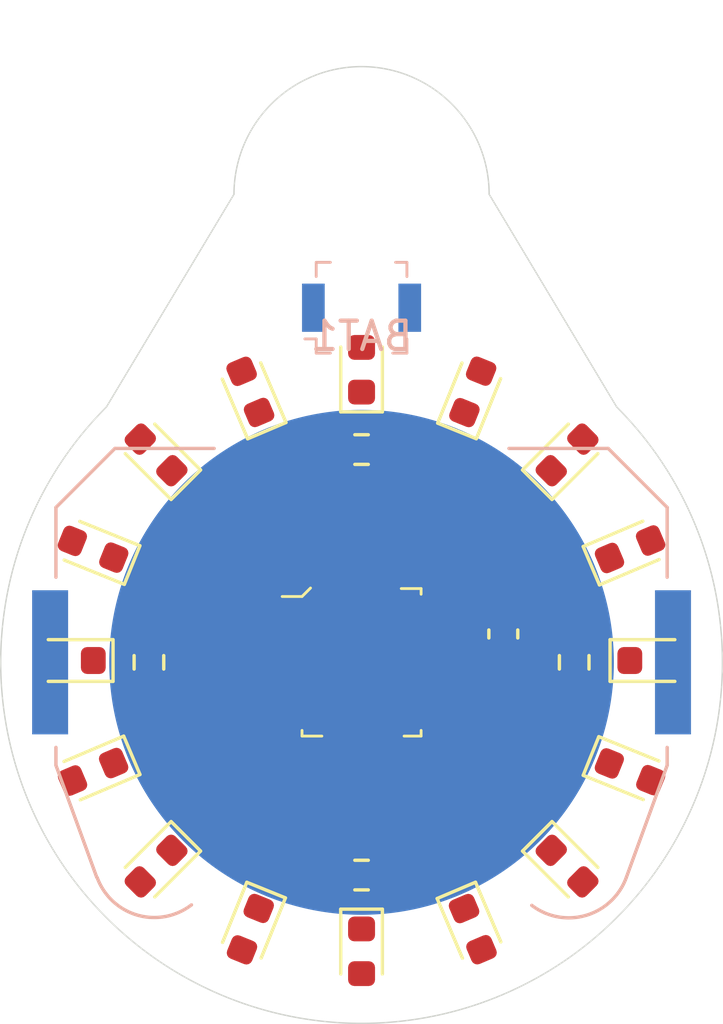
<source format=kicad_pcb>
(kicad_pcb (version 20240108) (generator "pcbnew") (generator_version "8.0")
  (layers (0 "F.Cu" signal) (31 "B.Cu" signal) (34 "B.Paste" user) (35 "F.Paste" user) (36 "B.SilkS" user "B.Silkscreen") (37 "F.SilkS" user "F.Silkscreen") (38 "B.Mask" user) (39 "F.Mask" user) (44 "Edge.Cuts" user))
  (net 0 "")
  (net 1 "GND")
  (net 2 "VCC")
  (net 3 "LED5")
  (net 4 "LED4")
  (net 5 "LED3")
  (net 6 "LED2")
  (net 7 "LED1")
  (net 8 "BUTTON")
  (net 9 "Net-(D1-Pad1)")
  (net 10 "Net-(D5-Pad1)")
  (net 11 "Net-(D10-Pad1)")
  (net 12 "Net-(D13-Pad1)")
  (footprint "LED_SMD:LED_0603_1608Metric" (layer "F.Cu") (at 137.0775 109.4062 -112)
    (property "Reference" "D10" (hide yes))
    (property "Value" "LH_R974-LP-1" (hide yes))
    (fp_line (start -1.484999 0.735) (end 0.8 0.735) (stroke (width 0.12)) (layer "F.SilkS"))
    (fp_line (start 0.8 -0.735) (end -1.485 -0.735) (stroke (width 0.12)) (layer "F.SilkS"))
    (fp_line (start -1.485 -0.735) (end -1.484999 0.735) (stroke (width 0.12)) (layer "F.SilkS"))
    (pad "1" smd roundrect (at -0.787499 0.000001 248) (size 0.875 0.95) (layers "F.Cu" "F.Paste" "F.Mask") (net 11 "Net-(D10-Pad1)"))
    (pad "2" smd roundrect (at 0.787499 -0.000001 248) (size 0.875 0.95) (layers "F.Cu" "F.Paste" "F.Mask") (net 5 "LED3"))
  )
  (footprint "LED_SMD:LED_0603_1608Metric" (layer "F.Cu") (at 148.2478 92.6886 45)
    (property "Reference" "D3" (hide yes))
    (property "Value" "LH_R974-LP-1" (hide yes))
    (fp_line (start -1.485 -0.735) (end -1.485 0.735) (stroke (width 0.12)) (layer "F.SilkS"))
    (fp_line (start -1.485 0.735) (end 0.8 0.735) (stroke (width 0.12)) (layer "F.SilkS"))
    (fp_line (start 0.8 -0.735) (end -1.485 -0.735) (stroke (width 0.12)) (layer "F.SilkS"))
    (pad "1" smd roundrect (at -0.787501 0 45) (size 0.875 0.95) (layers "F.Cu" "F.Paste" "F.Mask") (net 9 "Net-(D1-Pad1)"))
    (pad "2" smd roundrect (at 0.787501 0 45) (size 0.875 0.95) (layers "F.Cu" "F.Paste" "F.Mask") (net 6 "LED2"))
  )
  (footprint "Resistor_SMD:R_0603_1608Metric" (layer "F.Cu") (at 148.5 100 90)
    (property "Reference" "R2" (hide yes))
    (property "Value" "220")
    (fp_line (start -0.237258 -0.5225) (end 0.237258 -0.5225) (stroke (width 0.12)) (layer "F.SilkS"))
    (fp_line (start -0.237258 0.5225) (end 0.237258 0.5225) (stroke (width 0.12)) (layer "F.SilkS"))
    (pad "1" smd roundrect (at -0.825 0 90) (size 0.8 0.95) (layers "F.Cu" "F.Paste" "F.Mask") (net 10 "Net-(D5-Pad1)"))
    (pad "2" smd roundrect (at 0.825 0 90) (size 0.8 0.95) (layers "F.Cu" "F.Paste" "F.Mask") (net 7 "LED1"))
  )
  (footprint "LED_SMD:LED_0603_1608Metric" (layer "F.Cu") (at 141 89.6865 90)
    (property "Reference" "D1" (hide yes))
    (property "Value" "LH_R974-LP-1" (hide yes))
    (fp_line (start 0.8 -0.735) (end -1.485 -0.735) (stroke (width 0.12)) (layer "F.SilkS"))
    (fp_line (start -1.485 -0.735) (end -1.485 0.735) (stroke (width 0.12)) (layer "F.SilkS"))
    (fp_line (start -1.485 0.735) (end 0.8 0.735) (stroke (width 0.12)) (layer "F.SilkS"))
    (pad "1" smd roundrect (at -0.7875 0 90) (size 0.875 0.95) (layers "F.Cu" "F.Paste" "F.Mask") (net 9 "Net-(D1-Pad1)"))
    (pad "2" smd roundrect (at 0.7875 0 90) (size 0.875 0.95) (layers "F.Cu" "F.Paste" "F.Mask") (net 4 "LED4"))
  )
  (footprint "LED_SMD:LED_0603_1608Metric" (layer "F.Cu") (at 148.2478 107.1843 -45)
    (property "Reference" "D7" (hide yes))
    (property "Value" "LH_R974-LP-1" (hide yes))
    (fp_line (start -1.485 0.735) (end 0.8 0.735) (stroke (width 0.12)) (layer "F.SilkS"))
    (fp_line (start -1.485 -0.735) (end -1.485 0.735) (stroke (width 0.12)) (layer "F.SilkS"))
    (fp_line (start 0.8 -0.735) (end -1.485 -0.735) (stroke (width 0.12)) (layer "F.SilkS"))
    (pad "1" smd roundrect (at -0.787501 0 315) (size 0.875 0.95) (layers "F.Cu" "F.Paste" "F.Mask") (net 10 "Net-(D5-Pad1)"))
    (pad "2" smd roundrect (at 0.787501 0 315) (size 0.875 0.95) (layers "F.Cu" "F.Paste" "F.Mask") (net 6 "LED2"))
  )
  (footprint "LED_SMD:LED_0603_1608Metric" (layer "F.Cu") (at 141 110.1865 -90)
    (property "Reference" "D9" (hide yes))
    (property "Value" "LH_R974-LP-1" (hide yes))
    (fp_line (start -1.485 0.735) (end 0.8 0.735) (stroke (width 0.12)) (layer "F.SilkS"))
    (fp_line (start -1.485 -0.735) (end -1.485 0.735) (stroke (width 0.12)) (layer "F.SilkS"))
    (fp_line (start 0.8 -0.735) (end -1.485 -0.735) (stroke (width 0.12)) (layer "F.SilkS"))
    (pad "1" smd roundrect (at -0.7875 0 270) (size 0.875 0.95) (layers "F.Cu" "F.Paste" "F.Mask") (net 11 "Net-(D10-Pad1)"))
    (pad "2" smd roundrect (at 0.7875 0 270) (size 0.875 0.95) (layers "F.Cu" "F.Paste" "F.Mask") (net 4 "LED4"))
  )
  (footprint "LED_SMD:LED_0603_1608Metric" (layer "F.Cu") (at 150.4698 103.859 -22)
    (property "Reference" "D6" (hide yes))
    (property "Value" "LH_R974-LP-1" (hide yes))
    (fp_line (start -1.484999 0.735) (end 0.8 0.735) (stroke (width 0.12)) (layer "F.SilkS"))
    (fp_line (start -1.485 -0.735) (end -1.484999 0.735) (stroke (width 0.12)) (layer "F.SilkS"))
    (fp_line (start 0.8 -0.735) (end -1.485 -0.735) (stroke (width 0.12)) (layer "F.SilkS"))
    (pad "1" smd roundrect (at -0.787499 0.000001 338) (size 0.875 0.95) (layers "F.Cu" "F.Paste" "F.Mask") (net 10 "Net-(D5-Pad1)"))
    (pad "2" smd roundrect (at 0.787499 -0.000001 338) (size 0.875 0.95) (layers "F.Cu" "F.Paste" "F.Mask") (net 5 "LED3"))
  )
  (footprint "LED_SMD:LED_0603_1608Metric" (layer "F.Cu") (at 131.5302 103.859 -157)
    (property "Reference" "D12" (hide yes))
    (property "Value" "LH_R974-LP-1" (hide yes))
    (fp_line (start 0.8 -0.735) (end -1.485 -0.735001) (stroke (width 0.12)) (layer "F.SilkS"))
    (fp_line (start -1.485 0.734999) (end 0.8 0.735) (stroke (width 0.12)) (layer "F.SilkS"))
    (fp_line (start -1.485 -0.735001) (end -1.485 0.734999) (stroke (width 0.12)) (layer "F.SilkS"))
    (pad "1" smd roundrect (at -0.7875 0 203) (size 0.875 0.95) (layers "F.Cu" "F.Paste" "F.Mask") (net 11 "Net-(D10-Pad1)"))
    (pad "2" smd roundrect (at 0.7875 0 203) (size 0.875 0.95) (layers "F.Cu" "F.Paste" "F.Mask") (net 7 "LED1"))
  )
  (footprint "LED_SMD:LED_0603_1608Metric" (layer "F.Cu") (at 137.0775 90.4667 113)
    (property "Reference" "D16" (hide yes))
    (property "Value" "LH_R974-LP-1" (hide yes))
    (fp_line (start 0.8 -0.735) (end -1.485 -0.735001) (stroke (width 0.12)) (layer "F.SilkS"))
    (fp_line (start -1.485 -0.735001) (end -1.485 0.734999) (stroke (width 0.12)) (layer "F.SilkS"))
    (fp_line (start -1.485 0.734999) (end 0.8 0.735) (stroke (width 0.12)) (layer "F.SilkS"))
    (pad "1" smd roundrect (at -0.7875 0 113) (size 0.875 0.95) (layers "F.Cu" "F.Paste" "F.Mask") (net 12 "Net-(D13-Pad1)"))
    (pad "2" smd roundrect (at 0.7875 0 113) (size 0.875 0.95) (layers "F.Cu" "F.Paste" "F.Mask") (net 7 "LED1"))
  )
  (footprint "Capacitor_SMD:C_0603_1608Metric" (layer "F.Cu") (at 146 99 90)
    (property "Reference" "C1" (hide yes))
    (property "Value" "100n")
    (fp_line (start -0.14058 -0.51) (end 0.14058 -0.51) (stroke (width 0.12)) (layer "F.SilkS"))
    (fp_line (start -0.14058 0.51) (end 0.14058 0.51) (stroke (width 0.12)) (layer "F.SilkS"))
    (pad "1" smd roundrect (at -0.775 0 90) (size 0.9 0.95) (layers "F.Cu" "F.Paste" "F.Mask") (net 1 "GND"))
    (pad "2" smd roundrect (at 0.775 0 90) (size 0.9 0.95) (layers "F.Cu" "F.Paste" "F.Mask") (net 2 "VCC"))
  )
  (footprint "Resistor_SMD:R_0603_1608Metric" (layer "F.Cu") (at 133.5 100 90)
    (property "Reference" "R4" (hide yes))
    (property "Value" "220")
    (fp_line (start -0.237258 -0.5225) (end 0.237258 -0.5225) (stroke (width 0.12)) (layer "F.SilkS"))
    (fp_line (start -0.237258 0.5225) (end 0.237258 0.5225) (stroke (width 0.12)) (layer "F.SilkS"))
    (pad "1" smd roundrect (at -0.825 0 90) (size 0.8 0.95) (layers "F.Cu" "F.Paste" "F.Mask") (net 12 "Net-(D13-Pad1)"))
    (pad "2" smd roundrect (at 0.825 0 90) (size 0.8 0.95) (layers "F.Cu" "F.Paste" "F.Mask") (net 5 "LED3"))
  )
  (footprint "LED_SMD:LED_0603_1608Metric" (layer "F.Cu") (at 144.9225 90.4667 68)
    (property "Reference" "D2" (hide yes))
    (property "Value" "LH_R974-LP-1" (hide yes))
    (fp_line (start -1.485 -0.735) (end -1.484999 0.735) (stroke (width 0.12)) (layer "F.SilkS"))
    (fp_line (start 0.8 -0.735) (end -1.485 -0.735) (stroke (width 0.12)) (layer "F.SilkS"))
    (fp_line (start -1.484999 0.735) (end 0.8 0.735) (stroke (width 0.12)) (layer "F.SilkS"))
    (pad "1" smd roundrect (at -0.787499 0.000001 68) (size 0.875 0.95) (layers "F.Cu" "F.Paste" "F.Mask") (net 9 "Net-(D1-Pad1)"))
    (pad "2" smd roundrect (at 0.787499 -0.000001 68) (size 0.875 0.95) (layers "F.Cu" "F.Paste" "F.Mask") (net 5 "LED3"))
  )
  (footprint "LED_SMD:LED_0603_1608Metric" (layer "F.Cu") (at 133.7522 92.6886 135)
    (property "Reference" "D15" (hide yes))
    (property "Value" "LH_R974-LP-1" (hide yes))
    (fp_line (start 0.8 -0.735) (end -1.485 -0.735) (stroke (width 0.12)) (layer "F.SilkS"))
    (fp_line (start -1.485 -0.735) (end -1.485 0.735) (stroke (width 0.12)) (layer "F.SilkS"))
    (fp_line (start -1.485 0.735) (end 0.8 0.735) (stroke (width 0.12)) (layer "F.SilkS"))
    (pad "1" smd roundrect (at -0.787501 0 135) (size 0.875 0.95) (layers "F.Cu" "F.Paste" "F.Mask") (net 12 "Net-(D13-Pad1)"))
    (pad "2" smd roundrect (at 0.787501 0 135) (size 0.875 0.95) (layers "F.Cu" "F.Paste" "F.Mask") (net 6 "LED2"))
  )
  (footprint "Resistor_SMD:R_0603_1608Metric" (layer "F.Cu") (at 141 107.5)
    (property "Reference" "R3" (hide yes))
    (property "Value" "220")
    (fp_line (start -0.237258 -0.5225) (end 0.237258 -0.5225) (stroke (width 0.12)) (layer "F.SilkS"))
    (fp_line (start -0.237258 0.5225) (end 0.237258 0.5225) (stroke (width 0.12)) (layer "F.SilkS"))
    (pad "1" smd roundrect (at -0.825 0) (size 0.8 0.95) (layers "F.Cu" "F.Paste" "F.Mask") (net 11 "Net-(D10-Pad1)"))
    (pad "2" smd roundrect (at 0.825 0) (size 0.8 0.95) (layers "F.Cu" "F.Paste" "F.Mask") (net 6 "LED2"))
  )
  (footprint "LED_SMD:LED_0603_1608Metric" (layer "F.Cu") (at 131.5302 96.014 158)
    (property "Reference" "D14" (hide yes))
    (property "Value" "LH_R974-LP-1" (hide yes))
    (fp_line (start 0.8 -0.735) (end -1.485 -0.735) (stroke (width 0.12)) (layer "F.SilkS"))
    (fp_line (start -1.485 -0.735) (end -1.484999 0.735) (stroke (width 0.12)) (layer "F.SilkS"))
    (fp_line (start -1.484999 0.735) (end 0.8 0.735) (stroke (width 0.12)) (layer "F.SilkS"))
    (pad "1" smd roundrect (at -0.787499 0.000001 158) (size 0.875 0.95) (layers "F.Cu" "F.Paste" "F.Mask") (net 12 "Net-(D13-Pad1)"))
    (pad "2" smd roundrect (at 0.787499 -0.000001 158) (size 0.875 0.95) (layers "F.Cu" "F.Paste" "F.Mask") (net 3 "LED5"))
  )
  (footprint "LED_SMD:LED_0603_1608Metric" (layer "F.Cu") (at 144.9225 109.4062 -67)
    (property "Reference" "D8" (hide yes))
    (property "Value" "LH_R974-LP-1" (hide yes))
    (fp_line (start -1.485 0.734999) (end 0.8 0.735) (stroke (width 0.12)) (layer "F.SilkS"))
    (fp_line (start -1.485 -0.735001) (end -1.485 0.734999) (stroke (width 0.12)) (layer "F.SilkS"))
    (fp_line (start 0.8 -0.735) (end -1.485 -0.735001) (stroke (width 0.12)) (layer "F.SilkS"))
    (pad "1" smd roundrect (at -0.7875 0 293) (size 0.875 0.95) (layers "F.Cu" "F.Paste" "F.Mask") (net 10 "Net-(D5-Pad1)"))
    (pad "2" smd roundrect (at 0.7875 0 293) (size 0.875 0.95) (layers "F.Cu" "F.Paste" "F.Mask") (net 3 "LED5"))
  )
  (footprint "MountingHole:MountingHole_3.2mm_M3" (layer "F.Cu") (at 141 83.5)
    (property "Reference" "REF**" (hide yes))
    (property "Value" "MountingHole_3.2mm_M3")
    (pad "" np_thru_hole circle (at 0 0) (size 3.2 3.2) (drill 3.2) (layers "*.Cu" "*.Mask"))
  )
  (footprint "LED_SMD:LED_0603_1608Metric" (layer "F.Cu") (at 150.4698 96.014 23)
    (property "Reference" "D4" (hide yes))
    (property "Value" "LH_R974-LP-1" (hide yes))
    (fp_line (start -1.485 -0.735001) (end -1.485 0.734999) (stroke (width 0.12)) (layer "F.SilkS"))
    (fp_line (start -1.485 0.734999) (end 0.8 0.735) (stroke (width 0.12)) (layer "F.SilkS"))
    (fp_line (start 0.8 -0.735) (end -1.485 -0.735001) (stroke (width 0.12)) (layer "F.SilkS"))
    (pad "1" smd roundrect (at -0.7875 0 23) (size 0.875 0.95) (layers "F.Cu" "F.Paste" "F.Mask") (net 9 "Net-(D1-Pad1)"))
    (pad "2" smd roundrect (at 0.7875 0 23) (size 0.875 0.95) (layers "F.Cu" "F.Paste" "F.Mask") (net 7 "LED1"))
  )
  (footprint "LED_SMD:LED_0603_1608Metric" (layer "F.Cu") (at 130.75 99.9365 180)
    (property "Reference" "D13" (hide yes))
    (property "Value" "LH_R974-LP-1" (hide yes))
    (fp_line (start 0.8 -0.735) (end -1.485 -0.735) (stroke (width 0.12)) (layer "F.SilkS"))
    (fp_line (start -1.485 0.735) (end 0.8 0.735) (stroke (width 0.12)) (layer "F.SilkS"))
    (fp_line (start -1.485 -0.735) (end -1.485 0.735) (stroke (width 0.12)) (layer "F.SilkS"))
    (pad "1" smd roundrect (at -0.7875 0 180) (size 0.875 0.95) (layers "F.Cu" "F.Paste" "F.Mask") (net 12 "Net-(D13-Pad1)"))
    (pad "2" smd roundrect (at 0.7875 0 180) (size 0.875 0.95) (layers "F.Cu" "F.Paste" "F.Mask") (net 4 "LED4"))
  )
  (footprint "LED_SMD:LED_0603_1608Metric" (layer "F.Cu") (at 151.25 99.9365)
    (property "Reference" "D5" (hide yes))
    (property "Value" "LH_R974-LP-1" (hide yes))
    (fp_line (start -1.485 -0.735) (end -1.485 0.735) (stroke (width 0.12)) (layer "F.SilkS"))
    (fp_line (start -1.485 0.735) (end 0.8 0.735) (stroke (width 0.12)) (layer "F.SilkS"))
    (fp_line (start 0.8 -0.735) (end -1.485 -0.735) (stroke (width 0.12)) (layer "F.SilkS"))
    (pad "1" smd roundrect (at -0.7875 0) (size 0.875 0.95) (layers "F.Cu" "F.Paste" "F.Mask") (net 10 "Net-(D5-Pad1)"))
    (pad "2" smd roundrect (at 0.7875 0) (size 0.875 0.95) (layers "F.Cu" "F.Paste" "F.Mask") (net 4 "LED4"))
  )
  (footprint "Resistor_SMD:R_0603_1608Metric" (layer "F.Cu") (at 141 92.5)
    (property "Reference" "R1" (hide yes))
    (property "Value" "220")
    (fp_line (start -0.237258 -0.5225) (end 0.237258 -0.5225) (stroke (width 0.12)) (layer "F.SilkS"))
    (fp_line (start -0.237258 0.5225) (end 0.237258 0.5225) (stroke (width 0.12)) (layer "F.SilkS"))
    (pad "1" smd roundrect (at -0.825 0) (size 0.8 0.95) (layers "F.Cu" "F.Paste" "F.Mask") (net 9 "Net-(D1-Pad1)"))
    (pad "2" smd roundrect (at 0.825 0) (size 0.8 0.95) (layers "F.Cu" "F.Paste" "F.Mask") (net 3 "LED5"))
  )
  (footprint "LED_SMD:LED_0603_1608Metric" (layer "F.Cu") (at 133.7522 107.1843 -135)
    (property "Reference" "D11" (hide yes))
    (property "Value" "LH_R974-LP-1" (hide yes))
    (fp_line (start 0.8 -0.735) (end -1.485 -0.735) (stroke (width 0.12)) (layer "F.SilkS"))
    (fp_line (start -1.485 0.735) (end 0.8 0.735) (stroke (width 0.12)) (layer "F.SilkS"))
    (fp_line (start -1.485 -0.735) (end -1.485 0.735) (stroke (width 0.12)) (layer "F.SilkS"))
    (pad "1" smd roundrect (at -0.787501 0 225) (size 0.875 0.95) (layers "F.Cu" "F.Paste" "F.Mask") (net 11 "Net-(D10-Pad1)"))
    (pad "2" smd roundrect (at 0.787501 0 225) (size 0.875 0.95) (layers "F.Cu" "F.Paste" "F.Mask") (net 3 "LED5"))
  )
  (footprint "digikey-footprints:SOIC-8_W5.3mm" (layer "F.Cu") (at 141 100)
    (property "Reference" "U1" (hide yes))
    (property "Value" "ATTINY85-20SU")
    (fp_line (start -2.1 -2.32) (end -2.8 -2.32) (stroke (width 0.1)) (layer "F.SilkS"))
    (fp_line (start -2.1 2.4) (end -2.1 2.6) (stroke (width 0.1)) (layer "F.SilkS"))
    (fp_line (start -2.1 2.6) (end -1.4 2.6) (stroke (width 0.1)) (layer "F.SilkS"))
    (fp_line (start -1.8 -2.62) (end -2.1 -2.32) (stroke (width 0.1)) (layer "F.SilkS"))
    (fp_line (start 1.4 -2.6) (end 2.1 -2.6) (stroke (width 0.1)) (layer "F.SilkS"))
    (fp_line (start 2.1 -2.6) (end 2.1 -2.4) (stroke (width 0.1)) (layer "F.SilkS"))
    (fp_line (start 2.1 2.4) (end 2.1 2.6) (stroke (width 0.1)) (layer "F.SilkS"))
    (fp_line (start 2.1 2.6) (end 1.5 2.6) (stroke (width 0.1)) (layer "F.SilkS"))
    (pad "1" smd rect (at -2.465 -1.905) (size 1.6 0.7) (layers "F.Cu" "F.Paste" "F.Mask") (net 3 "LED5"))
    (pad "2" smd rect (at -2.465 -0.635) (size 1.6 0.7) (layers "F.Cu" "F.Paste" "F.Mask") (net 5 "LED3"))
    (pad "3" smd rect (at -2.465 0.635) (size 1.6 0.7) (layers "F.Cu" "F.Paste" "F.Mask") (net 4 "LED4"))
    (pad "4" smd rect (at -2.465 1.905) (size 1.6 0.7) (layers "F.Cu" "F.Paste" "F.Mask") (net 1 "GND"))
    (pad "5" smd rect (at 2.465 1.905) (size 1.6 0.7) (layers "F.Cu" "F.Paste" "F.Mask") (net 8 "BUTTON"))
    (pad "6" smd rect (at 2.465 0.635) (size 1.6 0.7) (layers "F.Cu" "F.Paste" "F.Mask") (net 7 "LED1"))
    (pad "7" smd rect (at 2.465 -0.635) (size 1.6 0.7) (layers "F.Cu" "F.Paste" "F.Mask") (net 6 "LED2"))
    (pad "8" smd rect (at 2.465 -1.905) (size 1.6 0.7) (layers "F.Cu" "F.Paste" "F.Mask") (net 2 "VCC"))
  )
  (footprint "digikey-footprints:Switch_Tactile_SMD_B3U-1000P" (layer "B.Cu") (at 141 87.5)
    (property "Reference" "S1" (hide yes))
    (property "Value" "B3U-1000P")
    (fp_line (start -2 1.1) (end -1.6 1.1) (stroke (width 0.1)) (layer "B.SilkS"))
    (fp_line (start -1.6 -1.1) (end -1.6 -1.6) (stroke (width 0.1)) (layer "B.SilkS"))
    (fp_line (start -1.6 1.1) (end -1.6 1.6) (stroke (width 0.1)) (layer "B.SilkS"))
    (fp_line (start -1.1 -1.6) (end -1.6 -1.6) (stroke (width 0.1)) (layer "B.SilkS"))
    (fp_line (start -1.1 1.6) (end -1.6 1.6) (stroke (width 0.1)) (layer "B.SilkS"))
    (fp_line (start 1.1 1.6) (end 1.6 1.6) (stroke (width 0.1)) (layer "B.SilkS"))
    (fp_line (start 1.2 -1.6) (end 1.6 -1.6) (stroke (width 0.1)) (layer "B.SilkS"))
    (fp_line (start 1.6 -1.1) (end 1.6 -1.6) (stroke (width 0.1)) (layer "B.SilkS"))
    (fp_line (start 1.6 1.1) (end 1.6 1.6) (stroke (width 0.1)) (layer "B.SilkS"))
    (pad "1" smd rect (at -1.7 0) (size 0.8 1.7) (layers "B.Cu" "B.Paste" "B.Mask") (net 1 "GND"))
    (pad "2" smd rect (at 1.7 0) (size 0.8 1.7) (layers "B.Cu" "B.Paste" "B.Mask") (net 8 "BUTTON"))
  )
  (footprint "Battery:BatteryHolder_Keystone_3034_1x20mm" (layer "B.Cu") (at 141 100 180)
    (property "Reference" "BAT1" (at 0 11.5 360) (layer "B.SilkS") (effects (justify mirror)))
    (property "Value" "BS-7")
    (fp_line (start 10.78 5.46) (end 8.7 7.54) (stroke (width 0.12)) (layer "B.SilkS"))
    (fp_line (start 10.78 3) (end 10.78 5.46) (stroke (width 0.12)) (layer "B.SilkS"))
    (fp_line (start 10.78 -3.63) (end 10.78 -3) (stroke (width 0.12)) (layer "B.SilkS"))
    (fp_line (start 9.34 -7.58) (end 10.78 -3.63) (stroke (width 0.12)) (layer "B.SilkS"))
    (fp_line (start 5.2 7.54) (end 8.7 7.54) (stroke (width 0.12)) (layer "B.SilkS"))
    (fp_line (start -8.7 7.54) (end -5.2 7.54) (stroke (width 0.12)) (layer "B.SilkS"))
    (fp_line (start -9.34 -7.58) (end -10.78 -3.63) (stroke (width 0.12)) (layer "B.SilkS"))
    (fp_line (start -10.78 5.46) (end -8.7 7.54) (stroke (width 0.12)) (layer "B.SilkS"))
    (fp_line (start -10.78 3) (end -10.78 5.46) (stroke (width 0.12)) (layer "B.SilkS"))
    (fp_line (start -10.78 -3.63) (end -10.78 -3) (stroke (width 0.12)) (layer "B.SilkS"))
    (fp_arc (start 6 -8.55) (mid 7.90634 -8.911669) (end 9.325243 -7.588169) (stroke (width 0.12)) (layer "B.SilkS"))
    (fp_arc (start -9.34 -7.58) (mid -7.921654 -8.918738) (end -6.003354 -8.56653) (stroke (width 0.12)) (layer "B.SilkS"))
    (pad "1" smd rect (at -10.985 0 180) (size 1.27 5.08) (layers "B.Cu" "B.Paste" "B.Mask") (net 2 "VCC"))
    (pad "1" smd rect (at 10.985 0 180) (size 1.27 5.08) (layers "B.Cu" "B.Paste" "B.Mask") (net 2 "VCC"))
    (pad "2" smd circle (at 0 0 180) (size 17.8 17.8) (layers "B.Cu" "B.Mask") (net 1 "GND"))
  )
  (gr_line (start 145.5 83.5) (end 150 91) (stroke (width 0.05)) (layer "Edge.Cuts"))
  (gr_arc (start 150 91) (mid 141 112.727922) (end 132 91) (stroke (width 0.05)) (layer "Edge.Cuts"))
  (gr_line (start 136.5 83.5) (end 132 91) (stroke (width 0.05)) (layer "Edge.Cuts"))
  (gr_arc (start 136.5 83.5) (mid 141 79) (end 145.5 83.5) (stroke (width 0.05)) (layer "Edge.Cuts"))
)
</source>
